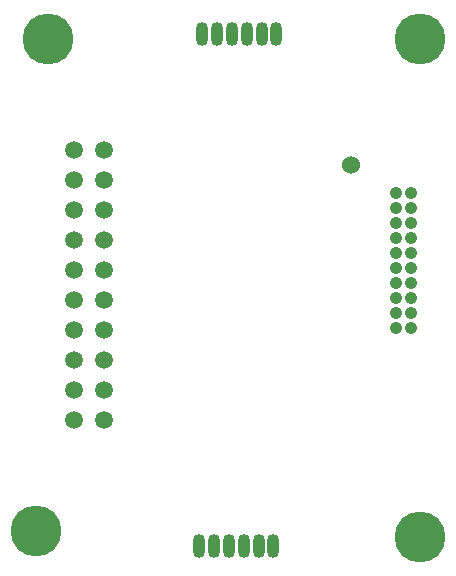
<source format=gbr>
%TF.GenerationSoftware,KiCad,Pcbnew,7.0.6*%
%TF.CreationDate,2023-08-02T20:25:15-07:00*%
%TF.ProjectId,A0004-SWD-Adapter,41303030-342d-4535-9744-2d4164617074,rev?*%
%TF.SameCoordinates,Original*%
%TF.FileFunction,Soldermask,Bot*%
%TF.FilePolarity,Negative*%
%FSLAX46Y46*%
G04 Gerber Fmt 4.6, Leading zero omitted, Abs format (unit mm)*
G04 Created by KiCad (PCBNEW 7.0.6) date 2023-08-02 20:25:15*
%MOMM*%
%LPD*%
G01*
G04 APERTURE LIST*
%ADD10C,1.498600*%
%ADD11O,1.016000X2.032000*%
%ADD12C,4.300000*%
%ADD13C,1.066800*%
%ADD14C,1.524000*%
G04 APERTURE END LIST*
D10*
%TO.C,P1*%
X124123450Y-112059999D03*
X121583450Y-112059999D03*
X124123450Y-109519999D03*
X121583450Y-109519999D03*
X124123450Y-106979999D03*
X121583450Y-106979999D03*
X124123450Y-104439999D03*
X121583450Y-104439999D03*
X124123450Y-101899999D03*
X121583450Y-101899999D03*
X124123450Y-99359999D03*
X121583450Y-99359999D03*
X124123450Y-96819999D03*
X121583450Y-96819999D03*
X124123450Y-94279999D03*
X121583450Y-94279999D03*
X124123450Y-91739999D03*
X121583450Y-91739999D03*
X124123450Y-89199999D03*
X121583450Y-89199999D03*
%TD*%
D11*
%TO.C,P4*%
X132434000Y-79375000D03*
X133684000Y-79375000D03*
X134934000Y-79375000D03*
X136184000Y-79375000D03*
X137434000Y-79375000D03*
X138684000Y-79375000D03*
%TD*%
%TO.C,P3*%
X138430000Y-122682000D03*
X137180000Y-122682000D03*
X135930000Y-122682000D03*
X134680000Y-122682000D03*
X133430000Y-122682000D03*
X132180000Y-122682000D03*
%TD*%
D12*
%TO.C,H1*%
X150876000Y-79756000D03*
%TD*%
D13*
%TO.C,P2*%
X148832950Y-92837000D03*
X150102950Y-92837000D03*
X148832950Y-94107000D03*
X150102950Y-94107000D03*
X148832950Y-95377000D03*
X150102950Y-95377000D03*
X148832950Y-96647000D03*
X150102950Y-96647000D03*
X148832950Y-97917000D03*
X150102950Y-97917000D03*
X148832950Y-99187000D03*
X150102950Y-99187000D03*
X148832950Y-100457000D03*
X150102950Y-100457000D03*
X148832950Y-101727000D03*
X150102950Y-101727000D03*
X148832950Y-102997000D03*
X150102950Y-102997000D03*
X148832950Y-104267000D03*
X150102950Y-104267000D03*
%TD*%
D12*
%TO.C,H4*%
X118364000Y-121412000D03*
%TD*%
%TO.C,H3*%
X119380000Y-79756000D03*
%TD*%
D14*
%TO.C,TP3*%
X145034000Y-90424000D03*
%TD*%
D12*
%TO.C,H2*%
X150876000Y-121920000D03*
%TD*%
M02*

</source>
